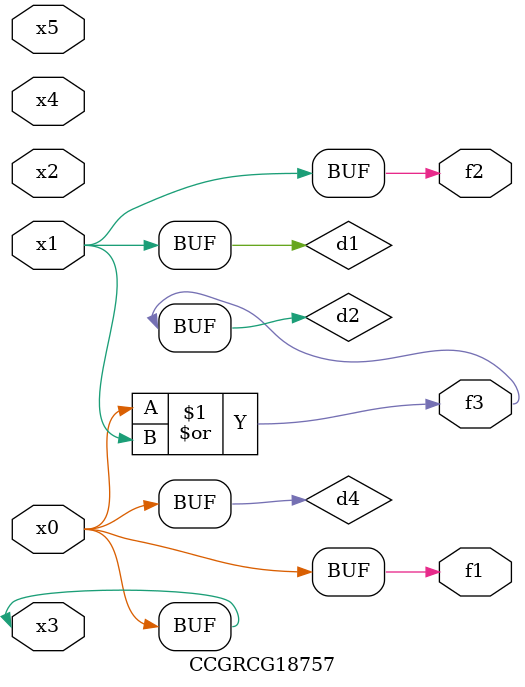
<source format=v>
module CCGRCG18757(
	input x0, x1, x2, x3, x4, x5,
	output f1, f2, f3
);

	wire d1, d2, d3, d4;

	and (d1, x1);
	or (d2, x0, x1);
	nand (d3, x0, x5);
	buf (d4, x0, x3);
	assign f1 = d4;
	assign f2 = d1;
	assign f3 = d2;
endmodule

</source>
